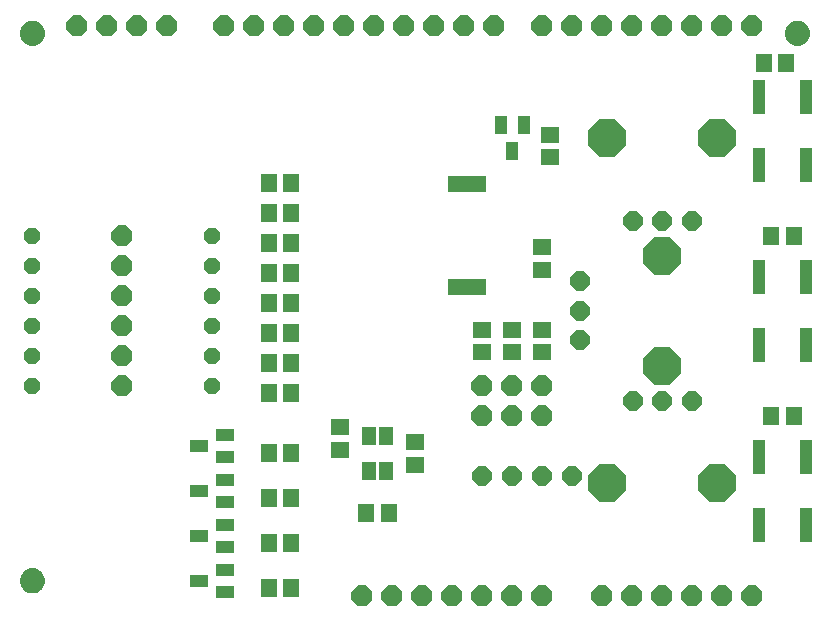
<source format=gts>
G04 EAGLE Gerber RS-274X export*
G75*
%MOMM*%
%FSLAX34Y34*%
%LPD*%
%INSoldermask Top*%
%IPPOS*%
%AMOC8*
5,1,8,0,0,1.08239X$1,22.5*%
G01*
%ADD10R,3.301600X1.401600*%
%ADD11R,1.401600X1.601600*%
%ADD12P,1.525737X8X112.500000*%
%ADD13R,1.601600X1.401600*%
%ADD14R,1.501600X1.101600*%
%ADD15R,1.101600X2.851600*%
%ADD16P,1.924489X8X22.500000*%
%ADD17P,1.742215X8X112.500000*%
%ADD18R,1.201600X1.601600*%
%ADD19P,1.924489X8X202.500000*%
%ADD20P,1.924489X8X112.500000*%
%ADD21R,1.101600X1.501600*%
%ADD22P,1.742215X8X22.500000*%
%ADD23P,3.482698X8X22.500000*%
%ADD24P,1.742215X8X292.500000*%
%ADD25P,3.482698X8X292.500000*%
%ADD26P,1.742215X8X202.500000*%
%ADD27P,3.482698X8X202.500000*%

G36*
X27192Y484820D02*
X27192Y484820D01*
X27235Y484832D01*
X27301Y484839D01*
X28984Y485290D01*
X29025Y485309D01*
X29088Y485328D01*
X30668Y486065D01*
X30705Y486091D01*
X30764Y486120D01*
X32192Y487120D01*
X32223Y487152D01*
X32276Y487191D01*
X33509Y488424D01*
X33534Y488460D01*
X33580Y488508D01*
X34580Y489936D01*
X34598Y489977D01*
X34635Y490032D01*
X35372Y491612D01*
X35383Y491655D01*
X35410Y491716D01*
X35861Y493399D01*
X35863Y493431D01*
X35870Y493452D01*
X35870Y493467D01*
X35880Y493508D01*
X36032Y495245D01*
X36028Y495289D01*
X36032Y495355D01*
X35880Y497092D01*
X35868Y497135D01*
X35861Y497201D01*
X35410Y498884D01*
X35391Y498925D01*
X35372Y498988D01*
X34635Y500568D01*
X34609Y500605D01*
X34580Y500664D01*
X33580Y502092D01*
X33548Y502123D01*
X33509Y502176D01*
X32276Y503409D01*
X32240Y503434D01*
X32192Y503480D01*
X30764Y504480D01*
X30723Y504498D01*
X30668Y504535D01*
X29088Y505272D01*
X29045Y505283D01*
X28984Y505310D01*
X27301Y505761D01*
X27256Y505764D01*
X27192Y505780D01*
X25455Y505932D01*
X25411Y505928D01*
X25345Y505932D01*
X23608Y505780D01*
X23565Y505768D01*
X23499Y505761D01*
X21816Y505310D01*
X21775Y505291D01*
X21712Y505272D01*
X20132Y504535D01*
X20095Y504509D01*
X20036Y504480D01*
X18608Y503480D01*
X18577Y503448D01*
X18524Y503409D01*
X17291Y502176D01*
X17266Y502140D01*
X17220Y502092D01*
X16220Y500664D01*
X16202Y500623D01*
X16165Y500568D01*
X15428Y498988D01*
X15417Y498945D01*
X15390Y498884D01*
X14939Y497201D01*
X14936Y497156D01*
X14920Y497092D01*
X14768Y495355D01*
X14772Y495311D01*
X14768Y495245D01*
X14920Y493508D01*
X14932Y493465D01*
X14936Y493431D01*
X14936Y493415D01*
X14938Y493410D01*
X14939Y493399D01*
X15390Y491716D01*
X15409Y491675D01*
X15428Y491612D01*
X16165Y490032D01*
X16191Y489995D01*
X16220Y489936D01*
X17220Y488508D01*
X17252Y488477D01*
X17291Y488424D01*
X18524Y487191D01*
X18560Y487166D01*
X18608Y487120D01*
X20036Y486120D01*
X20077Y486102D01*
X20132Y486065D01*
X21712Y485328D01*
X21755Y485317D01*
X21816Y485290D01*
X23499Y484839D01*
X23544Y484836D01*
X23608Y484820D01*
X25345Y484668D01*
X25389Y484672D01*
X25455Y484668D01*
X27192Y484820D01*
G37*
G36*
X674892Y484820D02*
X674892Y484820D01*
X674935Y484832D01*
X675001Y484839D01*
X676684Y485290D01*
X676725Y485309D01*
X676788Y485328D01*
X678368Y486065D01*
X678405Y486091D01*
X678464Y486120D01*
X679892Y487120D01*
X679923Y487152D01*
X679976Y487191D01*
X681209Y488424D01*
X681234Y488460D01*
X681280Y488508D01*
X682280Y489936D01*
X682298Y489977D01*
X682335Y490032D01*
X683072Y491612D01*
X683083Y491655D01*
X683110Y491716D01*
X683561Y493399D01*
X683563Y493431D01*
X683570Y493452D01*
X683570Y493467D01*
X683580Y493508D01*
X683732Y495245D01*
X683728Y495289D01*
X683732Y495355D01*
X683580Y497092D01*
X683568Y497135D01*
X683561Y497201D01*
X683110Y498884D01*
X683091Y498925D01*
X683072Y498988D01*
X682335Y500568D01*
X682309Y500605D01*
X682280Y500664D01*
X681280Y502092D01*
X681248Y502123D01*
X681209Y502176D01*
X679976Y503409D01*
X679940Y503434D01*
X679892Y503480D01*
X678464Y504480D01*
X678423Y504498D01*
X678368Y504535D01*
X676788Y505272D01*
X676745Y505283D01*
X676684Y505310D01*
X675001Y505761D01*
X674956Y505764D01*
X674892Y505780D01*
X673155Y505932D01*
X673111Y505928D01*
X673045Y505932D01*
X671308Y505780D01*
X671265Y505768D01*
X671199Y505761D01*
X669516Y505310D01*
X669475Y505291D01*
X669412Y505272D01*
X667832Y504535D01*
X667795Y504509D01*
X667736Y504480D01*
X666308Y503480D01*
X666277Y503448D01*
X666224Y503409D01*
X664991Y502176D01*
X664966Y502140D01*
X664920Y502092D01*
X663920Y500664D01*
X663902Y500623D01*
X663865Y500568D01*
X663128Y498988D01*
X663117Y498945D01*
X663090Y498884D01*
X662639Y497201D01*
X662636Y497156D01*
X662620Y497092D01*
X662468Y495355D01*
X662472Y495311D01*
X662468Y495245D01*
X662620Y493508D01*
X662632Y493465D01*
X662636Y493431D01*
X662636Y493415D01*
X662638Y493410D01*
X662639Y493399D01*
X663090Y491716D01*
X663109Y491675D01*
X663128Y491612D01*
X663865Y490032D01*
X663891Y489995D01*
X663920Y489936D01*
X664920Y488508D01*
X664952Y488477D01*
X664991Y488424D01*
X666224Y487191D01*
X666260Y487166D01*
X666308Y487120D01*
X667736Y486120D01*
X667777Y486102D01*
X667832Y486065D01*
X669412Y485328D01*
X669455Y485317D01*
X669516Y485290D01*
X671199Y484839D01*
X671244Y484836D01*
X671308Y484820D01*
X673045Y484668D01*
X673089Y484672D01*
X673155Y484668D01*
X674892Y484820D01*
G37*
G36*
X27192Y21270D02*
X27192Y21270D01*
X27235Y21282D01*
X27301Y21289D01*
X28984Y21740D01*
X29025Y21759D01*
X29088Y21778D01*
X30668Y22515D01*
X30705Y22541D01*
X30764Y22570D01*
X32192Y23570D01*
X32223Y23602D01*
X32276Y23641D01*
X33509Y24874D01*
X33534Y24910D01*
X33580Y24958D01*
X34580Y26386D01*
X34598Y26427D01*
X34635Y26482D01*
X35372Y28062D01*
X35383Y28105D01*
X35410Y28166D01*
X35861Y29849D01*
X35863Y29881D01*
X35870Y29902D01*
X35870Y29917D01*
X35880Y29958D01*
X36032Y31695D01*
X36028Y31739D01*
X36032Y31805D01*
X35880Y33542D01*
X35868Y33585D01*
X35861Y33651D01*
X35410Y35334D01*
X35391Y35375D01*
X35372Y35438D01*
X34635Y37018D01*
X34609Y37055D01*
X34580Y37114D01*
X33580Y38542D01*
X33548Y38573D01*
X33509Y38626D01*
X32276Y39859D01*
X32240Y39884D01*
X32192Y39930D01*
X30764Y40930D01*
X30723Y40948D01*
X30668Y40985D01*
X29088Y41722D01*
X29045Y41733D01*
X28984Y41760D01*
X27301Y42211D01*
X27256Y42214D01*
X27192Y42230D01*
X25455Y42382D01*
X25411Y42378D01*
X25345Y42382D01*
X23608Y42230D01*
X23565Y42218D01*
X23499Y42211D01*
X21816Y41760D01*
X21775Y41741D01*
X21712Y41722D01*
X20132Y40985D01*
X20095Y40959D01*
X20036Y40930D01*
X18608Y39930D01*
X18577Y39898D01*
X18524Y39859D01*
X17291Y38626D01*
X17266Y38590D01*
X17220Y38542D01*
X16220Y37114D01*
X16202Y37073D01*
X16165Y37018D01*
X15428Y35438D01*
X15417Y35395D01*
X15390Y35334D01*
X14939Y33651D01*
X14936Y33606D01*
X14920Y33542D01*
X14768Y31805D01*
X14772Y31761D01*
X14768Y31695D01*
X14920Y29958D01*
X14932Y29915D01*
X14936Y29881D01*
X14936Y29865D01*
X14938Y29860D01*
X14939Y29849D01*
X15390Y28166D01*
X15409Y28125D01*
X15428Y28062D01*
X16165Y26482D01*
X16191Y26445D01*
X16220Y26386D01*
X17220Y24958D01*
X17252Y24927D01*
X17291Y24874D01*
X18524Y23641D01*
X18560Y23616D01*
X18608Y23570D01*
X20036Y22570D01*
X20077Y22552D01*
X20132Y22515D01*
X21712Y21778D01*
X21755Y21767D01*
X21816Y21740D01*
X23499Y21289D01*
X23544Y21286D01*
X23608Y21270D01*
X25345Y21118D01*
X25389Y21122D01*
X25455Y21118D01*
X27192Y21270D01*
G37*
D10*
X393700Y280350D03*
X393700Y367350D03*
D11*
X663550Y469900D03*
X644550Y469900D03*
X669900Y323850D03*
X650900Y323850D03*
X669900Y171450D03*
X650900Y171450D03*
D12*
X177800Y247650D03*
X177800Y222250D03*
X177800Y196850D03*
X177800Y273050D03*
X177800Y298450D03*
X177800Y323850D03*
X25400Y196850D03*
X25400Y222250D03*
X25400Y247650D03*
X25400Y273050D03*
X25400Y298450D03*
X25400Y323850D03*
D13*
X406400Y225450D03*
X406400Y244450D03*
X431800Y225450D03*
X431800Y244450D03*
X457200Y225450D03*
X457200Y244450D03*
X285750Y161900D03*
X285750Y142900D03*
X349250Y130200D03*
X349250Y149200D03*
D11*
X308000Y88900D03*
X327000Y88900D03*
X225450Y190500D03*
X244450Y190500D03*
X225450Y215900D03*
X244450Y215900D03*
X225450Y241300D03*
X244450Y241300D03*
X225450Y266700D03*
X244450Y266700D03*
X225450Y292100D03*
X244450Y292100D03*
X225450Y317500D03*
X244450Y317500D03*
X225450Y342900D03*
X244450Y342900D03*
X225450Y368300D03*
X244450Y368300D03*
D14*
X188800Y136550D03*
X188800Y155550D03*
X166800Y146050D03*
X188800Y98450D03*
X188800Y117450D03*
X166800Y107950D03*
X188800Y60350D03*
X188800Y79350D03*
X166800Y69850D03*
X188800Y22250D03*
X188800Y41250D03*
X166800Y31750D03*
D15*
X640400Y384000D03*
X680400Y384000D03*
X680400Y441500D03*
X640400Y441500D03*
X640400Y231600D03*
X680400Y231600D03*
X680400Y289100D03*
X640400Y289100D03*
X640400Y79200D03*
X680400Y79200D03*
X680400Y136700D03*
X640400Y136700D03*
D16*
X533400Y501650D03*
X508000Y19050D03*
X558800Y501650D03*
X584200Y501650D03*
X609600Y501650D03*
X635000Y501650D03*
X508000Y501650D03*
X482600Y501650D03*
X457200Y501650D03*
X416560Y501650D03*
X391160Y501650D03*
X365760Y501650D03*
X340360Y501650D03*
X314960Y501650D03*
X289560Y501650D03*
X264160Y501650D03*
X238760Y501650D03*
X533400Y19050D03*
X558800Y19050D03*
X584200Y19050D03*
X609600Y19050D03*
X635000Y19050D03*
X457200Y19050D03*
X431800Y19050D03*
X406400Y19050D03*
X381000Y19050D03*
X355600Y19050D03*
X330200Y19050D03*
D17*
X406400Y120650D03*
X431800Y120650D03*
X457200Y120650D03*
X482600Y120650D03*
D16*
X304800Y19050D03*
X213360Y501650D03*
X187960Y501650D03*
D18*
X310000Y154700D03*
X310000Y124700D03*
X325000Y124700D03*
X325000Y154700D03*
D19*
X101600Y222250D03*
X101600Y196850D03*
X101600Y247650D03*
X101600Y273050D03*
X101600Y298450D03*
X101600Y323850D03*
D20*
X88900Y501650D03*
X63500Y501650D03*
X114300Y501650D03*
X139700Y501650D03*
D21*
X441300Y417400D03*
X422300Y417400D03*
X431800Y395400D03*
D16*
X406400Y171450D03*
X406400Y196850D03*
X431800Y171450D03*
X431800Y196850D03*
X457200Y171450D03*
X457200Y196850D03*
D22*
X533800Y336400D03*
X558800Y336400D03*
X583800Y336400D03*
D23*
X512300Y406400D03*
X605300Y406400D03*
D24*
X488800Y285350D03*
X488800Y260350D03*
X488800Y235350D03*
D25*
X558800Y306850D03*
X558800Y213850D03*
D26*
X583800Y184300D03*
X558800Y184300D03*
X533800Y184300D03*
D27*
X605300Y114300D03*
X512300Y114300D03*
D13*
X457200Y295300D03*
X457200Y314300D03*
D11*
X225450Y139700D03*
X244450Y139700D03*
X225450Y63500D03*
X244450Y63500D03*
X225450Y101600D03*
X244450Y101600D03*
X225450Y25400D03*
X244450Y25400D03*
D13*
X463550Y409550D03*
X463550Y390550D03*
M02*

</source>
